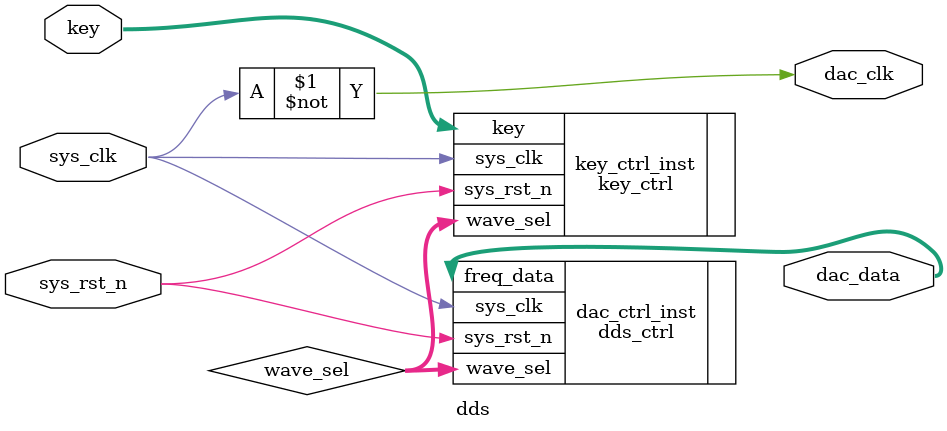
<source format=v>
module  dds
(
    input   wire            sys_clk     ,
    input   wire            sys_rst_n   ,
    input   wire    [3:0]   key         ,
    
    output  wire            dac_clk     ,
    output  wire    [7:0]   dac_data    
);

wire    [3:0]   wave_sel;
assign  dac_clk = ~sys_clk;

key_ctrl key_ctrl_inst
(
    .sys_clk     (sys_clk),
    .sys_rst_n   (sys_rst_n),
    .key         (key),
    
    .wave_sel    (wave_sel)
);

dds_ctrl dac_ctrl_inst
(
    .sys_clk     (sys_clk  ),
    .sys_rst_n   (sys_rst_n),
    .wave_sel    (wave_sel ),
    
    .freq_data   (dac_data )
);


endmodule
</source>
